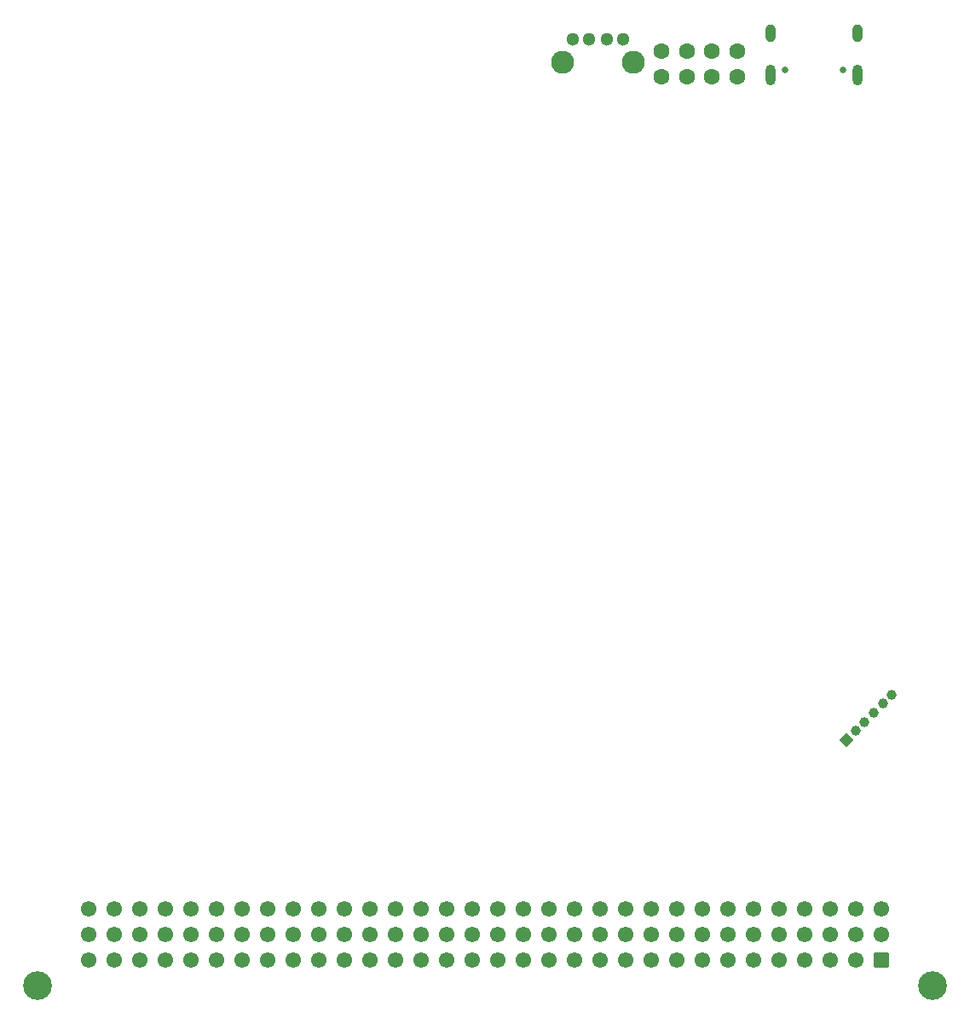
<source format=gbr>
%TF.GenerationSoftware,KiCad,Pcbnew,9.0.4-9.0.4-0~ubuntu24.04.1*%
%TF.CreationDate,2025-09-30T20:52:51+00:00*%
%TF.ProjectId,base-module,62617365-2d6d-46f6-9475-6c652e6b6963,1.1.1*%
%TF.SameCoordinates,Original*%
%TF.FileFunction,Soldermask,Bot*%
%TF.FilePolarity,Negative*%
%FSLAX46Y46*%
G04 Gerber Fmt 4.6, Leading zero omitted, Abs format (unit mm)*
G04 Created by KiCad (PCBNEW 9.0.4-9.0.4-0~ubuntu24.04.1) date 2025-09-30 20:52:51*
%MOMM*%
%LPD*%
G01*
G04 APERTURE LIST*
G04 Aperture macros list*
%AMRoundRect*
0 Rectangle with rounded corners*
0 $1 Rounding radius*
0 $2 $3 $4 $5 $6 $7 $8 $9 X,Y pos of 4 corners*
0 Add a 4 corners polygon primitive as box body*
4,1,4,$2,$3,$4,$5,$6,$7,$8,$9,$2,$3,0*
0 Add four circle primitives for the rounded corners*
1,1,$1+$1,$2,$3*
1,1,$1+$1,$4,$5*
1,1,$1+$1,$6,$7*
1,1,$1+$1,$8,$9*
0 Add four rect primitives between the rounded corners*
20,1,$1+$1,$2,$3,$4,$5,0*
20,1,$1+$1,$4,$5,$6,$7,0*
20,1,$1+$1,$6,$7,$8,$9,0*
20,1,$1+$1,$8,$9,$2,$3,0*%
%AMRotRect*
0 Rectangle, with rotation*
0 The origin of the aperture is its center*
0 $1 length*
0 $2 width*
0 $3 Rotation angle, in degrees counterclockwise*
0 Add horizontal line*
21,1,$1,$2,0,0,$3*%
G04 Aperture macros list end*
%ADD10C,1.600000*%
%ADD11C,1.300000*%
%ADD12C,2.286000*%
%ADD13C,0.650000*%
%ADD14O,1.000000X2.100000*%
%ADD15O,1.000000X1.800000*%
%ADD16C,2.850000*%
%ADD17RoundRect,0.249999X0.525001X0.525001X-0.525001X0.525001X-0.525001X-0.525001X0.525001X-0.525001X0*%
%ADD18C,1.550000*%
%ADD19RotRect,1.000000X1.000000X315.000000*%
%ADD20C,1.000000*%
G04 APERTURE END LIST*
D10*
%TO.C,LED300*%
X106863600Y-55785000D03*
X109403600Y-55785000D03*
X106863600Y-58325000D03*
X109403600Y-58325000D03*
%TD*%
D11*
%TO.C,BTN400*%
X103079415Y-54584163D03*
X101449415Y-54584163D03*
X99709415Y-54584163D03*
X98079415Y-54584163D03*
D12*
X104079415Y-56834163D03*
X97079415Y-56834163D03*
%TD*%
D13*
%TO.C,J800*%
X124940000Y-57640000D03*
X119160000Y-57640000D03*
D14*
X126370000Y-58140000D03*
D15*
X126370000Y-53960000D03*
D14*
X117730000Y-58140000D03*
D15*
X117730000Y-53960000D03*
%TD*%
D16*
%TO.C,J200*%
X133820000Y-148515000D03*
X44920000Y-148515000D03*
D17*
X128740000Y-145975000D03*
D18*
X126200000Y-145975000D03*
X123660000Y-145975000D03*
X121120000Y-145975000D03*
X118580000Y-145975000D03*
X116040000Y-145975000D03*
X113500000Y-145975000D03*
X110960000Y-145975000D03*
X108420000Y-145975000D03*
X105880000Y-145975000D03*
X103340000Y-145975000D03*
X100800000Y-145975000D03*
X98260000Y-145975000D03*
X95720000Y-145975000D03*
X93180000Y-145975000D03*
X90640000Y-145975000D03*
X88100000Y-145975000D03*
X85560000Y-145975000D03*
X83020000Y-145975000D03*
X80480000Y-145975000D03*
X77940000Y-145975000D03*
X75400000Y-145975000D03*
X72860000Y-145975000D03*
X70320000Y-145975000D03*
X67780000Y-145975000D03*
X65240000Y-145975000D03*
X62700000Y-145975000D03*
X60160000Y-145975000D03*
X57620000Y-145975000D03*
X55080000Y-145975000D03*
X52540000Y-145975000D03*
X50000000Y-145975000D03*
X128740000Y-143435000D03*
X126200000Y-143435000D03*
X123660000Y-143435000D03*
X121120000Y-143435000D03*
X118580000Y-143435000D03*
X116040000Y-143435000D03*
X113500000Y-143435000D03*
X110960000Y-143435000D03*
X108420000Y-143435000D03*
X105880000Y-143435000D03*
X103340000Y-143435000D03*
X100800000Y-143435000D03*
X98260000Y-143435000D03*
X95720000Y-143435000D03*
X93180000Y-143435000D03*
X90640000Y-143435000D03*
X88100000Y-143435000D03*
X85560000Y-143435000D03*
X83020000Y-143435000D03*
X80480000Y-143435000D03*
X77940000Y-143435000D03*
X75400000Y-143435000D03*
X72860000Y-143435000D03*
X70320000Y-143435000D03*
X67780000Y-143435000D03*
X65240000Y-143435000D03*
X62700000Y-143435000D03*
X60160000Y-143435000D03*
X57620000Y-143435000D03*
X55080000Y-143435000D03*
X52540000Y-143435000D03*
X50000000Y-143435000D03*
X128740000Y-140895000D03*
X126200000Y-140895000D03*
X123660000Y-140895000D03*
X121120000Y-140895000D03*
X118580000Y-140895000D03*
X116040000Y-140895000D03*
X113500000Y-140895000D03*
X110960000Y-140895000D03*
X108420000Y-140895000D03*
X105880000Y-140895000D03*
X103340000Y-140895000D03*
X100800000Y-140895000D03*
X98260000Y-140895000D03*
X95720000Y-140895000D03*
X93180000Y-140895000D03*
X90640000Y-140895000D03*
X88100000Y-140895000D03*
X85560000Y-140895000D03*
X83020000Y-140895000D03*
X80480000Y-140895000D03*
X77940000Y-140895000D03*
X75400000Y-140895000D03*
X72860000Y-140895000D03*
X70320000Y-140895000D03*
X67780000Y-140895000D03*
X65240000Y-140895000D03*
X62700000Y-140895000D03*
X60160000Y-140895000D03*
X57620000Y-140895000D03*
X55080000Y-140895000D03*
X52540000Y-140895000D03*
X50000000Y-140895000D03*
%TD*%
D10*
%TO.C,LED301*%
X111913600Y-55785000D03*
X114453600Y-55785000D03*
X111913600Y-58325000D03*
X114453600Y-58325000D03*
%TD*%
D19*
%TO.C,J3*%
X125295923Y-124154077D03*
D20*
X126193949Y-123256051D03*
X127091974Y-122358026D03*
X127990000Y-121460000D03*
X128888025Y-120561975D03*
X129786051Y-119663949D03*
%TD*%
M02*

</source>
